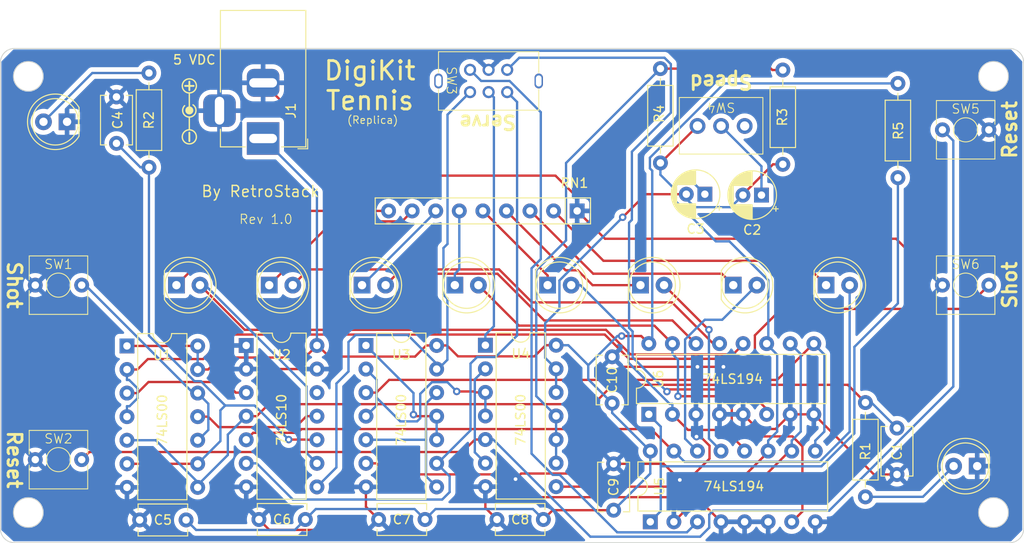
<source format=kicad_pcb>
(kicad_pcb (version 20240108) (generator "pcbnew") (generator_version "8.0")
  (title_block (title "DigiKit Tennis Replica") (date "2024-06-24") (rev "1.0") (company "RetroStack - Marcel Erz") (comment 2 "Seen on Tech Time Traveller YouTube Channel") (comment 4 "Replica of DigiKit Tennis"))
  (layers (0 "F.Cu" signal) (31 "B.Cu" signal) (34 "B.Paste" user) (35 "F.Paste" user) (36 "B.SilkS" user "B.Silkscreen") (37 "F.SilkS" user "F.Silkscreen") (38 "B.Mask" user) (39 "F.Mask" user) (44 "Edge.Cuts" user))
  (net 0 "")
  (net 1 "GND")
  (net 2 "Net-(C1-Pad2)")
  (net 3 "Net-(SW4-B)")
  (net 4 "Net-(C2-Pad2)")
  (net 5 "/Shift_Register/CLK")
  (net 6 "Net-(C4-Pad2)")
  (net 7 "+5V")
  (net 8 "Net-(D1-A)")
  (net 9 "Net-(D2-K)")
  (net 10 "Net-(D3-K)")
  (net 11 "Net-(D4-K)")
  (net 12 "Net-(D5-K)")
  (net 13 "Net-(D6-K)")
  (net 14 "Net-(D7-K)")
  (net 15 "Net-(D8-K)")
  (net 16 "Net-(D9-K)")
  (net 17 "Net-(D10-A)")
  (net 18 "/Shift_Register/Q7")
  (net 19 "/Shift_Register/Q6")
  (net 20 "/Shift_Register/Q5")
  (net 21 "/Shift_Register/Q4")
  (net 22 "/Shift_Register/Q3")
  (net 23 "/Shift_Register/Q2")
  (net 24 "/Shift_Register/Q1")
  (net 25 "/Shift_Register/Q0")
  (net 26 "Net-(R3-Pad2)")
  (net 27 "Net-(SW3A-A)")
  (net 28 "Net-(SW3A-B)")
  (net 29 "Net-(SW3A-C)")
  (net 30 "/Shift_Register/~{MR}")
  (net 31 "Net-(SW1-Pad2)")
  (net 33 "Net-(SW2-Pad2)")
  (net 34 "/Shift_Register/D7")
  (net 35 "/Shift_Register/D0")
  (net 37 "Net-(U3-Pad1)")
  (net 38 "Net-(U3-Pad2)")
  (net 39 "Net-(SW6-Pad2)")
  (net 40 "Net-(U1-Pad3)")
  (net 41 "Net-(U1-Pad11)")
  (net 42 "/Shift_Register/S0")
  (net 43 "Net-(U3-Pad12)")
  (net 44 "/Shift_Register/S1")
  (net 45 "Net-(U4-Pad2)")
  (footprint "Package_DIP:DIP-16_W7.62mm" (layer "F.Cu") (at 153.52 117.5 90)
    (property "Reference" "U5")
    (property "Value" "74LS194")
  )
  (footprint "LED_THT:LED_D5.0mm" (layer "F.Cu") (at 172.46 92)
    (property "Reference" "D9" (hide yes))
    (property "Value" "Red")
  )
  (footprint "Capacitor_THT:C_Disc_D5.1mm_W3.2mm_P5.00mm" (layer "F.Cu") (at 142 117.25 180)
    (property "Reference" "C8")
    (property "Value" "0.1uF")
  )
  (footprint "Capacitor_THT:CP_Radial_D5.0mm_P2.00mm" (layer "F.Cu") (at 165.5 82.3 180)
    (property "Reference" "C2")
    (property "Value" "33uF")
  )
  (footprint "RetroStackLibrary:SW_SPST_Push" (layer "F.Cu") (at 89.75 103.8)
    (property "Reference" "SW2")
    (property "Value" "Reset A")
  )
  (footprint "RetroStackLibrary:SW_SPST_Push" (layer "F.Cu") (at 187.5 68.2625)
    (property "Reference" "SW5")
    (property "Value" "Reset B")
  )
  (footprint "Package_DIP:DIP-14_W7.62mm" (layer "F.Cu") (at 97.13 98.55)
    (property "Reference" "U1")
    (property "Value" "74LS00")
  )
  (footprint "RetroStackLibrary:SW_SPST_Push" (layer "F.Cu") (at 89.75 85)
    (property "Reference" "SW1")
    (property "Value" "Player A")
  )
  (footprint "Resistor_THT:R_Axial_DIN0207_L6.3mm_D2.5mm_P10.16mm_Horizontal" (layer "F.Cu") (at 167.8 78.98 90)
    (property "Reference" "R3")
    (property "Value" "1k")
  )
  (footprint "LED_THT:LED_D5.0mm" (layer "F.Cu") (at 152.46 92)
    (property "Reference" "D7" (hide yes))
    (property "Value" "Red")
  )
  (footprint "Resistor_THT:R_Array_SIP9" (layer "F.Cu") (at 145.64 84 180)
    (property "Reference" "RN1")
    (property "Value" "150")
  )
  (footprint "Package_DIP:DIP-14_W7.62mm" (layer "F.Cu") (at 135.75 98.475)
    (property "Reference" "U4")
    (property "Value" "74LS00")
  )
  (footprint "Resistor_THT:R_Axial_DIN0207_L6.3mm_D2.5mm_P10.16mm_Horizontal" (layer "F.Cu") (at 176.7 104.65 -90)
    (property "Reference" "R1")
    (property "Value" "150")
  )
  (footprint "Capacitor_THT:C_Disc_D5.1mm_W3.2mm_P5.00mm" (layer "F.Cu") (at 129.25 117.25 180)
    (property "Reference" "C7")
    (property "Value" "0.1uF")
  )
  (footprint "RetroStackLibrary:Symbol_DC_Center_Positive" (layer "F.Cu") (at 103.8 73.125 90)
    (property "Reference" "REF**" (hide yes))
    (property "Value" "Symbol_DC_Center_Positive" (hide yes))
  )
  (footprint "Resistor_THT:R_Axial_DIN0207_L6.3mm_D2.5mm_P10.16mm_Horizontal" (layer "F.Cu") (at 180.2 80.4225 90)
    (property "Reference" "R5")
    (property "Value" "4.7k")
  )
  (footprint "Package_DIP:DIP-16_W7.62mm" (layer "F.Cu") (at 153.36 105.92 90)
    (property "Reference" "U6")
    (property "Value" "74LS194")
  )
  (footprint "Resistor_THT:R_Axial_DIN0207_L6.3mm_D2.5mm_P10.16mm_Horizontal" (layer "F.Cu") (at 99.5 69.14 -90)
    (property "Reference" "R2")
    (property "Value" "150")
  )
  (footprint "LED_THT:LED_D5.0mm" (layer "F.Cu") (at 112.46 92)
    (property "Reference" "D3" (hide yes))
    (property "Value" "Red")
  )
  (footprint "Capacitor_THT:C_Disc_D5.1mm_W3.2mm_P5.00mm" (layer "F.Cu") (at 103.5 117.3 180)
    (property "Reference" "C5")
    (property "Value" "0.1uF")
  )
  (footprint "LED_THT:LED_D5.0mm" (layer "F.Cu") (at 142.46 92)
    (property "Reference" "D6" (hide yes))
    (property "Value" "Red")
  )
  (footprint "LED_THT:LED_D5.0mm" (layer "F.Cu") (at 102.46 92)
    (property "Reference" "D2" (hide yes))
    (property "Value" "Red")
  )
  (footprint "Capacitor_THT:C_Disc_D5.1mm_W3.2mm_P5.00mm" (layer "F.Cu") (at 116.35 117.25 180)
    (property "Reference" "C6")
    (property "Value" "0.1uF")
  )
  (footprint "LED_THT:LED_D5.0mm" (layer "F.Cu") (at 122.46 92)
    (property "Reference" "D4" (hide yes))
    (property "Value" "Red")
  )
  (footprint "RetroStackLibrary:SW_SPDT_Toggle" (layer "F.Cu") (at 161.15 79.93 180)
    (property "Reference" "SW4")
    (property "Value" "Speed")
  )
  (footprint "Capacitor_THT:C_Disc_D5.1mm_W3.2mm_P5.00mm" (layer "F.Cu") (at 180.1 112.4 90)
    (property "Reference" "C1")
    (property "Value" "2nF")
  )
  (footprint "Capacitor_THT:C_Disc_D5.1mm_W3.2mm_P5.00mm" (layer "F.Cu") (at 96 71.72 -90)
    (property "Reference" "C4")
    (property "Value" "2nF")
  )
  (footprint "Capacitor_THT:C_Disc_D5.1mm_W3.2mm_P5.00mm" (layer "F.Cu") (at 149.41 104.72 90)
    (property "Reference" "C10")
    (property "Value" "0.1uF")
  )
  (footprint "Resistor_THT:R_Axial_DIN0207_L6.3mm_D2.5mm_P10.16mm_Horizontal" (layer "F.Cu") (at 154.61 68.67 -90)
    (property "Reference" "R4")
    (property "Value" "1k")
  )
  (footprint "Capacitor_THT:CP_Radial_D5.0mm_P2.00mm" (layer "F.Cu") (at 159.4 82.2 180)
    (property "Reference" "C3")
    (property "Value" "33uF")
  )
  (footprint "LED_THT:LED_D5.0mm" (layer "F.Cu") (at 162.46 92)
    (property "Reference" "D8" (hide yes))
    (property "Value" "Red")
  )
  (footprint "RetroStackLibrary:SW_DPDT_Slide_RightAngle" (layer "F.Cu") (at 136.1 75.4 180)
    (property "Reference" "SW3")
    (property "Value" "Serve")
  )
  (footprint "LED_THT:LED_D5.0mm" (layer "F.Cu") (at 90.675 74.4 180)
    (property "Reference" "D10" (hide yes))
    (property "Value" "Green")
  )
  (footprint "Package_DIP:DIP-14_W7.62mm" (layer "F.Cu") (at 122.88 98.5)
    (property "Reference" "U3")
    (property "Value" "74LS00")
  )
  (footprint "Package_DIP:DIP-14_W7.62mm" (layer "F.Cu") (at 109.98 98.5)
    (property "Reference" "U2")
    (property "Value" "74LS10")
  )
  (footprint "LED_THT:LED_D5.0mm" (layer "F.Cu") (at 132.46 92)
    (property "Reference" "D5" (hide yes))
    (property "Value" "Red")
  )
  (footprint "Connector_BarrelJack:BarrelJack_Horizontal" (layer "F.Cu") (at 111.8 76.2 -90)
    (property "Reference" "J1")
    (property "Value" "Barrel_Jack_Switch")
  )
  (footprint "RetroStackLibrary:SW_SPST_Push" (layer "F.Cu") (at 187.5 85)
    (property "Reference" "SW6")
    (property "Value" "Player B")
  )
  (footprint "LED_THT:LED_D5.0mm" (layer "F.Cu") (at 188.745 111.5 180)
    (property "Reference" "D1" (hide yes))
    (property "Value" "Green")
  )
  (footprint "Capacitor_THT:C_Disc_D5.1mm_W3.2mm_P5.00mm" (layer "F.Cu") (at 149.57 116.25 90)
    (property "Reference" "C9")
    (property "Value" "0.1uF")
  )
  (gr_circle (center 190.5 69.5) (end 192.1 69.5) (stroke (width 0.1)) (fill none) (layer "Edge.Cuts"))
  (gr_line (start 192.25 119.75) (end 85 119.75) (stroke (width 0.1)) (layer "Edge.Cuts"))
  (gr_circle (center 86.5 116.5) (end 88.1 116.5) (stroke (width 0.1)) (fill none) (layer "Edge.Cuts"))
  (gr_arc (start 83.5 68) (mid 83.93934 66.93934) (end 85 66.5) (stroke (width 0.1)) (layer "Edge.Cuts"))
  (gr_line (start 193.75 68) (end 193.75 118.25) (stroke (width 0.1)) (layer "Edge.Cuts"))
  (gr_circle (center 190.5 116.5) (end 192.1 116.5) (stroke (width 0.1)) (fill none) (layer "Edge.Cuts"))
  (gr_arc (start 85 119.75) (mid 83.93934 119.31066) (end 83.5 118.25) (stroke (width 0.1)) (layer "Edge.Cuts"))
  (gr_line (start 85 66.5) (end 192.25 66.5) (stroke (width 0.1)) (layer "Edge.Cuts"))
  (gr_arc (start 192.25 66.5) (mid 193.31066 66.93934) (end 193.75 68) (stroke (width 0.1)) (layer "Edge.Cuts"))
  (gr_circle (center 86.5 69.5) (end 88.1 69.5) (stroke (width 0.1)) (fill none) (layer "Edge.Cuts"))
  (gr_line (start 83.5 118.25) (end 83.5 68) (stroke (width 0.1)) (layer "Edge.Cuts"))
  (gr_arc (start 193.75 118.25) (mid 193.31066 119.31066) (end 192.25 119.75) (stroke (width 0.1)) (layer "Edge.Cuts"))
  (gr_text "By RetroStack" (at 111.5 81.9 0) (layer "F.SilkS") (effects (font (size 1.2 1.2))))
  (gr_text "Serve" (at 136 74.4368 180) (layer "F.SilkS") (effects (font (size 1.5 1.5) (thickness 0.3) (bold yes))))
  (gr_text "Rev 1.0" (at 112.1 84.9 0) (layer "F.SilkS") (effects (font (size 1 1) (thickness 0.1))))
  (gr_text "DigiKit\nTennis" (at 123.3 70.5 0) (layer "F.SilkS") (effects (font (size 2 2) (thickness 0.3))))
  (gr_text "Shot" (at 85 92 270) (layer "F.SilkS") (effects (font (size 1.5 1.5) (thickness 0.3) (bold yes))))
  (gr_text "5 VDC" (at 102 68.3 0) (layer "F.SilkS") (effects (font (size 1 1)) (justify left bottom)))
  (gr_text "Reset" (at 85 110.8 270) (layer "F.SilkS") (effects (font (size 1.5 1.5) (thickness 0.3) (bold yes))))
  (gr_text "(Replica)" (at 123.6048 74.2084 0) (layer "F.SilkS") (effects (font (size 0.8 0.8) (thickness 0.1))))
  (gr_text "Reset" (at 192.25 75.2625 90) (layer "F.SilkS") (effects (font (size 1.5 1.5) (thickness 0.3) (bold yes))))
  (gr_text "Shot" (at 192.25 92 90) (layer "F.SilkS") (effects (font (size 1.5 1.5) (thickness 0.3) (bold yes))))
  (segment (start 159.64 116) (end 157.56 116) (width 0.25) (layer "F.Cu") (net 1))
  (segment (start 123.125 118.375) (end 124.25 117.25) (width 0.25) (layer "F.Cu") (net 1))
  (segment (start 168.6 105.92) (end 167.02 107.5) (width 0.25) (layer "F.Cu") (net 1))
  (segment (start 158.925 108.325) (end 158.5 108.325) (width 0.25) (layer "F.Cu") (net 1))
  (segment (start 180.1 112.4) (end 177.62 112.4) (width 0.25) (layer "F.Cu") (net 1))
  (segment (start 148.64 87) (end 180 87) (width 0.25) (layer "F.Cu") (net 1))
  (segment (start 158.6 100.8) (end 150.49 100.8) (width 0.25) (layer "F.Cu") (net 1))
  (segment (start 161.4 100.8) (end 158.6 100.8) (width 0.25) (layer "F.Cu") (net 1))
  (segment (start 157.61 112.99) (end 159.9 110.7) (width 0.25) (layer "F.Cu") (net 1))
  (segment (start 122.88 113.74) (end 122.88 115.88) (width 0.25) (layer "F.Cu") (net 1))
  (segment (start 149.57 111.25) (end 154.96 111.25) (width 0.25) (layer "F.Cu") (net 1))
  (segment (start 154.96 111.25) (end 156.7 112.99) (width 0.25) (layer "F.Cu") (net 1))
  (segment (start 180 87) (end 185 92) (width 0.25) (layer "F.Cu") (net 1))
  (segment (start 145.64 84) (end 148.64 87) (width 0.25) (layer "F.Cu") (net 1))
  (segment (start 111.35 117.25) (end 112.475 118.375) (width 0.25) (layer "F.Cu") (net 1))
  (segment (start 112.475 118.375) (end 123.125 118.375) (width 0.25) (layer "F.Cu") (net 1))
  (segment (start 157.56 116) (end 156.06 117.5) (width 0.25) (layer "F.Cu") (net 1))
  (segment (start 143.3 80.2) (end 121.8 80.2) (width 0.25) (layer "F.Cu") (net 1))
  (segment (start 159.9 110.7) (end 159.9 109.3) (width 0.25) (layer "F.Cu") (net 1))
  (segment (start 161.14 117.5) (end 159.64 116) (width 0.25) (layer "F.Cu") (net 1))
  (segment (start 122.88 115.88) (end 124.25 117.25) (width 0.25) (layer "F.Cu") (net 1))
  (segment (start 168.6 105.92) (end 171.14 105.92) (width 0.25) (layer "F.Cu") (net 1))
  (segment (start 177.62 112.4) (end 171.14 105.92) (width 0.25) (layer "F.Cu") (net 1))
  (segment (start 135.75 113.715) (end 135.75 116) (width 0.25) (layer "F.Cu") (net 1))
  (segment (start 148.52 112.3) (end 139.6 112.3) (width 0.25) (layer "F.Cu") (net 1))
  (segment (start 159.9 109.3) (end 158.925 108.325) (width 0.25) (layer "F.Cu") (net 1))
  (segment (start 117.6 101.04) (end 109.98 101.04) (width 0.25) (layer "F.Cu") (net 1))
  (segment (start 135.75 116) (end 137 117.25) (width 0.25) (layer "F.Cu") (net 1))
  (segment (start 149.57 111.25) (end 148.52 112.3) (width 0.25) (layer "F.Cu") (net 1))
  (segment (start 167.02 107.5) (end 165.1 107.5) (width 0.25) (layer "F.Cu") (net 1))
  (segment (start 139.6 112.3) (end 139 112.9) (width 0.25) (layer "F.Cu") (net 1))
  (segment (start 145.64 82.54) (end 143.3 80.2) (width 0.25) (layer "F.Cu") (net 1))
  (segment (start 165.1 107.5) (end 163.52 105.92) (width 0.25) (layer "F.Cu") (net 1))
  (segment (start 121.8 80.2) (end 111.8 70.2) (width 0.25) (layer "F.Cu") (net 1))
  (segment (start 156.7 112.99) (end 157.61 112.99) (width 0.25) (layer "F.Cu") (net 1))
  (segment (start 145.64 84) (end 145.64 82.54) (width 0.25) (layer "F.Cu") (net 1))
  (segment (start 150.49 100.8) (end 149.41 99.72) (width 0.25) (layer "F.Cu") (net 1))
  (via (at 156.7 112.99) (size 0.8) (drill 0.4) (layers "F.Cu" "B.Cu") (net 1))
  (via (at 139 112.9) (size 0.8) (drill 0.4) (layers "F.Cu" "B.Cu") (net 1))
  (via (at 161.4 100.8) (size 0.8) (drill 0.4) (layers "F.Cu" "B.Cu") (net 1))
  (via (at 158.6 100.8) (size 0.8) (drill 0.4) (layers "F.Cu" "B.Cu") (net 1))
  (via (at 158.5 108.325) (size 0.8) (drill 0.4) (layers "F.Cu" "B.Cu") (net 1))
  (segment (start 158.5 108.325) (end 158.5 105.98) (width 0.25) (layer "B.Cu") (net 1))
  (segment (start 158.5 105.98) (end 158.44 105.92) (width 0.25) (layer "B.Cu") (net 1))
  (segment (start 147.403 104.825) (end 112.4019 104.825) (width 0.25) (layer "F.Cu") (net 2))
  (segment (start 174.7899 102.7399) (end 149.4881 102.7399) (width 0.25) (layer "F.Cu") (net 2))
  (segment (start 149.4881 102.7399) (end 147.403 104.825) (width 0.25) (layer "F.Cu") (net 2))
  (segment (start 109.98 106.12) (end 111.1069 106.12) (width 0.25) (layer "F.Cu") (net 2))
  (segment (start 112.4019 104.825) (end 111.1069 106.12) (width 0.25) (layer "F.Cu") (net 2))
  (segment (start 176.7 104.65) (end 174.7899 102.7399) (width 0.25) (layer "F.Cu") (net 2))
  (segment (start 109.98 106.12) (end 108 108.1) (width 0.25) (layer "B.Cu") (net 2))
  (segment (start 177.35 104.65) (end 180.1 107.4) (width 0.25) (layer "B.Cu") (net 2))
  (segment (start 108 110.3) (end 104.75 113.55) (width 0.25) (layer "B.Cu") (net 2))
  (segment (start 176.7 104.65) (end 177.35 104.65) (width 0.25) (layer "B.Cu") (net 2))
  (segment (start 108 108.1) (end 108 110.3) (width 0.25) (layer "B.Cu") (net 2))
  (segment (start 100.2335 108.71) (end 97.13 108.71) (width 0.25) (layer "B.Cu") (net 2))
  (segment (start 104.75 113.79) (end 104.75 113.2265) (width 0.25) (layer "B.Cu") (net 2))
  (segment (start 104.75 113.2265) (end 100.2335 108.71) (width 0.25) (layer "B.Cu") (net 2))
  (segment (start 104.75 113.55) (end 104.75 113.79) (width 0.25) (layer "B.Cu") (net 2))
  (segment (start 165.5 79.2) (end 165.5 82.3) (width 0.25) (layer "B.Cu") (net 3))
  (segment (start 161.15 74.85) (end 165.5 79.2) (width 0.25) (layer "B.Cu") (net 3))
  (segment (start 166.7436 78.98) (end 163.5 82.2236) (width 0.25) (layer "F.Cu") (net 4))
  (segment (start 153.0294 82.2) (end 150.5423 84.6871) (width 0.25) (layer "F.Cu") (net 4))
  (segment (start 163.5 82.2236) (end 163.5 82.3) (width 0.25) (layer "F.Cu") (net 4))
  (segment (start 167.8 78.98) (end 166.7436 78.98) (width 0.25) (layer "F.Cu") (net 4))
  (segment (start 157.4 82.2) (end 153.0294 82.2) (width 0.25) (layer "F.Cu") (net 4))
  (via (at 150.5423 84.6871) (size 0.8) (drill 0.4) (layers "F.Cu" "B.Cu") (net 4))
  (segment (start 142.1897 96.0958) (end 143.7299 94.5556) (width 0.25) (layer "B.Cu") (net 4))
  (segment (start 143.7299 91.4995) (end 150.5423 84.6871) (width 0.25) (layer "B.Cu") (net 4))
  (segment (start 143.7299 94.5556) (end 143.7299 91.4995) (width 0.25) (layer "B.Cu") (net 4))
  (segment (start 157.4 82.2) (end 157.4 82.7) (width 0.25) (layer "B.Cu") (net 4))
  (segment (start 143.37 101.015) (end 143.37 103.555) (width 0.25) (layer "B.Cu") (net 4))
  (segment (start 143.37 101.015) (end 142.1897 99.8347) (width 0.25) (layer "B.Cu") (net 4))
  (segment (start 162.2 83.6) (end 163.5 82.3) (width 0.25) (layer "B.Cu") (net 4))
  (segment (start 142.1897 99.8347) (end 142.1897 96.0958) (width 0.25) (layer "B.Cu") (net 4))
  (segment (start 157.4 82.7) (end 158.3 83.6) (width 0.25) (layer "B.Cu") (net 4))
  (segment (start 158.3 83.6) (end 162.2 83.6) (width 0.25) (layer "B.Cu") (net 4))
  (segment (start 158.61 74.85) (end 154.63 78.83) (width 0.25) (layer "F.Cu") (net 5))
  (segment (start 166.22 109.98) (end 166.22 109.88) (width 0.25) (layer "F.Cu") (net 5))
  (segment (start 154.63 78.83) (end 154.61 78.83) (width 0.25) (layer "F.Cu") (net 5))
  (segment (start 162.485 113.715) (end 166.22 109.98) (width 0.25) (layer "F.Cu") (net 5))
  (segment (start 143.37 113.715) (end 162.485 113.715) (width 0.25) (layer "F.Cu") (net 5))
  (segment (start 160.5827 87.2827) (end 162.0438 87.2827) (width 0.25) (layer "B.Cu") (net 5))
  (segment (start 156.1 82.8) (end 160.5827 87.2827) (width 0.25) (layer "B.Cu") (net 5))
  (segment (start 167.1911 99.4911) (end 166.06 98.36) (width 0.25) (layer "B.Cu") (net 5))
  (segment (start 154.61 78.83) (end 154.61 80.11) (width 0.25) (layer "B.Cu") (net 5))
  (segment (start 159.4 82.2) (end 157.9 80.7) (width 0.25) (layer "B.Cu") (net 5))
  (segment (start 166.2368 91.4757) (end 166.2368 98.1232) (width 0.25) (layer "B.Cu") (net 5))
  (segment (start 154.61 80.11) (end 155.9 81.4) (width 0.25) (layer "B.Cu") (net 5))
  (segment (start 156.8 80.7) (end 156.3254 81.1746) (width 0.25) (layer "B.Cu") (net 5))
  (segment (start 166.22 108.7531) (end 167.1911 107.782) (width 0.25) (layer "B.Cu") (net 5))
  (segment (start 155.9 81.4) (end 156.1 81.4) (width 0.25) (layer "B.Cu") (net 5))
  (segment (start 156.3254 81.1746) (end 156.1 81.4) (width 0.25) (layer "B.Cu") (net 5))
  (segment (start 166.2368 98.1232) (end 166.06 98.3) (width 0.25) (layer "B.Cu") (net 5))
  (segment (start 166.22 109.88) (end 166.22 108.7531) (width 0.25) (layer "B.Cu") (net 5))
  (segment (start 167.1911 107.782) (end 167.1911 99.4911) (width 0.25) (layer "B.Cu") (net 5))
  (segment (start 162.0438 87.2827) (end 166.2368 91.4757) (width 0.25) (layer "B.Cu") (net 5))
  (segment (start 156.1 81.4) (end 156.1 82.8) (width 0.25) (layer "B.Cu") (net 5))
  (segment (start 166.06 98.36) (end 166.06 98.3) (width 0.25) (layer "B.Cu") (net 5))
  (segment (start 157.9 80.7) (end 156.8 80.7) (width 0.25) (layer "B.Cu") (net 5))
  (segment (start 97.13 111.25) (end 104.75 111.25) (width 0.25) (layer "F.Cu") (net 6))
  (segment (start 117.6 108.66) (end 116.4731 108.66) (width 0.25) (layer "F.Cu") (net 6))
  (segment (start 116.4731 108.66) (end 116.4539 108.6408) (width 0.25) (layer "F.Cu") (net 6))
  (segment (start 116.4539 108.6408) (end 114.5576 108.6408) (width 0.25) (layer "F.Cu") (net 6))
  (via (at 114.5576 108.6408) (size 0.8) (drill 0.4) (layers "F.Cu" "B.Cu") (net 6))
  (segment (start 98.58 79.3) (end 96 76.72) (width 0.25) (layer "B.Cu") (net 6))
  (segment (start 110.8852 104.9684) (end 114.5576 108.6408) (width 0.25) (layer "B.Cu") (net 6))
  (segment (start 107.2 105.4867) (end 107.7183 104.9684) (width 0.25) (layer "B.Cu") (net 6))
  (segment (start 107.7183 104.9684) (end 110.8852 104.9684) (width 0.25) (layer "B.Cu") (net 6))
  (segment (start 99.5 79.3) (end 98.58 79.3) (width 0.25) (layer "B.Cu") (net 6))
  (segment (start 107.7183 104.9684) (end 105.0952 102.3453) (width 0.25) (layer "B.Cu") (net 6))
  (segment (start 107.2 108.8) (end 107.2 105.4867) (width 0.25) (layer "B.Cu") (net 6))
  (segment (start 105.0952 102.3453) (end 104.3997 102.3453) (width 0.25) (layer "B.Cu") (net 6))
  (segment (start 104.75 111.25) (end 107.2 108.8) (width 0.25) (layer "B.Cu") (net 6))
  (segment (start 104.3997 102.3453) (end 99.5 97.4456) (width 0.25) (layer "B.Cu") (net 6))
  (segment (start 99.5 97.4456) (end 99.5 79.3) (width 0.25) (layer "B.Cu") (net 6))
  (segment (start 141.0454 99.6727) (end 142.2431 98.475) (width 0.25) (layer "F.Cu") (net 7))
  (segment (start 150.4387 97.4822) (end 152.5422 97.4822) (width 0.25) (layer "F.Cu") (net 7))
  (segment (start 117.6 98.5) (end 116.3 99.8) (width 0.25) (layer "F.Cu") (net 7))
  (segment (start 128.1754 99.6977) (end 129.3731 98.5) (width 0.25) (layer "F.Cu") (net 7))
  (segment (start 107.1669 99.8) (end 105.8769 101.09) (width 0.25) (layer "F.Cu") (net 7))
  (segment (start 149.57 116.25) (end 143 116.25) (width 0.25) (layer "F.Cu") (net 7))
  (segment (start 143 116.25) (end 142 117.25) (width 0.25) (layer "F.Cu") (net 7))
  (segment (start 105.8769 101.09) (end 104.75 101.09) (width 0.25) (layer "F.Cu") (net 7))
  (segment (start 117.6 98.5) (end 117.7 98.5) (width 0.25) (layer "F.Cu") (net 7))
  (segment (start 129.3731 98.5) (end 130.5 98.5) (width 0.25) (layer "F.Cu") (net 7))
  (segment (start 118.8977 99.6977) (end 128.1754 99.6977) (width 0.25) (layer "F.Cu") (net 7))
  (segment (start 116.3 99.8) (end 107.1669 99.8) (width 0.25) (layer "F.Cu") (net 7))
  (segment (start 130.5 98.5) (end 131.6269 98.5) (width 0.25) (layer "F.Cu") (net 7))
  (segment (start 132.7996 99.6727) (end 141.0454 99.6727) (width 0.25) (layer "F.Cu") (net 7))
  (segment (start 104.75 98.55) (end 97.13 98.55) (width 0.25) (layer "F.Cu") (net 7))
  (segment (start 131.6269 98.5) (end 132.7996 99.6727) (width 0.25) (layer "F.Cu") (net 7))
  (segment (start 152.5422 97.4822) (end 153.36 98.3) (width 0.25) (layer "F.Cu") (net 7))
  (segment (start 117.7 98.5) (end 118.8977 99.6977) (width 0.25) (layer "F.Cu") (net 7))
  (segment (start 143.37 98.475) (end 142.2431 98.475) (width 0.25) (layer "F.Cu") (net 7))
  (via (at 150.4387 97.4822) (size 0.8) (drill 0.4) (layers "F.Cu" "B.Cu") (net 7))
  (segment (start 146.8349 102.1449) (end 149.41 104.72) (width 0.25) (layer "B.Cu") (net 7))
  (segment (start 153.4796 79.4194) (end 153.4796 78.268) (width 0.25) (layer "B.Cu") (net 7))
  (segment (start 146.8349 100.6201) (end 146.8349 102.1449) (width 0.25) (layer "B.Cu") (net 7))
  (segment (start 117.4769 116.1231) (end 116.35 117.25) (width 0.25) (layer "B.Cu") (net 7))
  (segment (start 130.3769 116.1231) (end 129.25 117.25) (width 0.25) (layer "B.Cu") (net 7))
  (segment (start 149.41 104.72) (end 149.41 105.77) (width 0.25) (layer "B.Cu") (net 7))
  (segment (start 129.25 117.25) (end 128.1231 116.1231) (width 0.25) (layer "B.Cu") (net 7))
  (segment (start 153.73 79.6698) (end 153.4796 79.4194) (width 0.25) (layer "B.Cu") (net 7))
  (segment (start 153.73 97.93) (end 153.73 79.6698) (width 0.25) (layer "B.Cu") (net 7))
  (segment (start 144.6898 98.475) (end 146.8349 100.6201) (width 0.25) (layer "B.Cu") (net 7))
  (segment (start 149.57 116.25) (end 153.52 112.3) (width 0.25) (layer "B.Cu") (net 7))
  (segment (start 153.52 112.3) (end 153.52 109.88) (width 0.25) (layer "B.Cu") (net 7))
  (segment (start 146.8349 100.6201) (end 149.9728 97.4822) (width 0.25) (layer "B.Cu") (net 7))
  (segment (start 128.1231 116.1231) (end 117.4769 116.1231) (width 0.25) (layer "B.Cu") (net 7))
  (segment (start 142 117.25) (end 140.8731 116.1231) (width 0.25) (layer "B.Cu") (net 7))
  (segment (start 117.6 82) (end 117.6 98.5) (width 0.25) (layer "B.Cu") (net 7))
  (segment (start 153.36 98.3) (end 153.73 97.93) (width 0.25) (layer "B.Cu") (net 7))
  (segment (start 116.35 117.25) (end 115.2199 118.3801) (width 0.25) (layer "B.Cu") (net 7))
  (segment (start 140.8731 116.1231) (end 130.3769 116.1231) (width 0.25) (layer "B.Cu") (net 7))
  (segment (start 143.37 98.475) (end 144.6898 98.475) (width 0.25) (layer "B.Cu") (net 7))
  (segment (start 153.4796 78.268) (end 161.4851 70.2625) (width 0.25) (layer "B.Cu") (net 7))
  (segment (start 104.75 98.55) (end 104.75 101.09) (width 0.25) (layer "B.Cu") (net 7))
  (segment (start 149.41 105.77) (end 153.52 109.88) (width 0.25) (layer "B.Cu") (net 7))
  (segment (start 111.8 76.2) (end 117.6 82) (width 0.25) (layer "B.Cu") (net 7))
  (segment (start 115.2199 118.3801) (end 104.5801 118.3801) (width 0.25) (layer "B.Cu") (net 7))
  (segment (start 149.9728 97.4822) (end 150.4387 97.4822) (width 0.25) (layer "B.Cu") (net 7))
  (segment (start 161.4851 70.2625) (end 180.2 70.2625) (width 0.25) (layer "B.Cu") (net 7))
  (segment (start 104.5801 118.3801) (end 103.5 117.3) (width 0.25) (layer "B.Cu") (net 7))
  (segment (start 186.205 111.5) (end 182.895 114.81) (width 0.25) (layer "B.Cu") (net 8))
  (segment (start 182.895 114.81) (end 176.7 114.81) (width 0.25) (layer "B.Cu") (net 8))
  (segment (start 110.46 84) (end 102.46 92) (width 0.25) (layer "F.Cu") (net 9))
  (segment (start 125.32 84) (end 110.46 84) (width 0.25) (layer "F.Cu") (net 9))
  (segment (start 119.3331 85.1269) (end 112.46 92) (width 0.25) (layer "F.Cu") (net 10))
  (segment (start 127.86 84.04) (end 126.7731 85.1269) (width 0.25) (layer "F.Cu") (net 10))
  (segment (start 126.7731 85.1269) (end 119.3331 85.1269) (width 0.25) (layer "F.Cu") (net 10))
  (segment (start 127.86 84) (end 127.86 84.04) (width 0.25) (layer "F.Cu") (net 10))
  (segment (start 130.4 84.1) (end 122.5 92) (width 0.25) (layer "B.Cu") (net 11))
  (segment (start 122.5 92) (end 122.46 92) (width 0.25) (layer "B.Cu") (net 11))
  (segment (start 130.4 84) (end 130.4 84.1) (width 0.25) (layer "B.Cu") (net 11))
  (segment (start 132.46 92) (end 132.46 90.7731) (width 0.25) (layer "B.Cu") (net 12))
  (segment (start 132.94 84) (end 132.94 90.2931) (width 0.25) (layer "B.Cu") (net 12))
  (segment (start 132.94 90.2931) (end 132.46 90.7731) (width 0.25) (layer "B.Cu") (net 12))
  (segment (start 142.46 90.96) (end 142.46 92) (width 0.25) (layer "F.Cu") (net 13))
  (segment (start 135.48 84) (end 135.5 84) (width 0.25) (layer "F.Cu") (net 13))
  (segment (start 135.5 84) (end 142.46 90.96) (width 0.25) (layer "F.Cu") (net 13))
  (segment (start 145.7 90.4) (end 147.3 92) (width 0.25) (layer "F.Cu") (net 14))
  (segment (start 138.02 84.02) (end 144.4 90.4) (width 0.25) (layer "F.Cu") (net 14))
  (segment (start 144.4 90.4) (end 145.7 90.4) (width 0.25) (layer "F.Cu") (net 14))
  (segment (start 147.3 92) (end 152.46 92) (width 0.25) (layer "F.Cu") (net 14))
  (segment (start 138.02 84) (end 138.02 84.02) (width 0.25) (layer "F.Cu") (net 14))
  (segment (start 147.3656 90.7656) (end 140.6 84) (width 0.25) (layer "F.Cu") (net 15))
  (segment (start 161.2256 90.7656) (end 147.3656 90.7656) (width 0.25) (layer "F.Cu") (net 15))
  (segment (start 162.46 92) (end 161.2256 90.7656) (width 0.25) (layer "F.Cu") (net 15))
  (segment (start 140.6 84) (end 140.56 84) (width 0.25) (layer "F.Cu") (net 15))
  (segment (start 143.1 84) (end 148.4766 89.3766) (width 0.25) (layer "F.Cu") (net 16))
  (segment (start 148.4766 89.3766) (end 169.8366 89.3766) (width 0.25) (layer "F.Cu") (net 16))
  (segment (start 169.8366 89.3766) (end 172.46 92) (width 0.25) (layer "F.Cu") (net 16))
  (segment (start 88.135 74.4) (end 93.395 69.14) (width 0.25) (layer "B.Cu") (net 17))
  (segment (start 93.395 69.14) (end 99.5 69.14) (width 0.25) (layer "B.Cu") (net 17))
  (segment (start 163.52 98.38) (end 163.52 98.3) (width 0.25) (layer "F.Cu") (net 18))
  (segment (start 148.7419 96.8133) (end 151.3855 99.4569) (width 0.25) (layer "F.Cu") (net 18))
  (segment (start 162.4431 99.4569) (end 163.52 98.38) (width 0.25) (layer "F.Cu") (net 18))
  (segment (start 105 92) (end 109.8133 96.8133) (width 0.25) (layer "F.Cu") (net 18))
  (segment (start 151.3855 99.4569) (end 162.4431 99.4569) (width 0.25) (layer "F.Cu") (net 18))
  (segment (start 109.8133 96.8133) (end 148.7419 96.8133) (width 0.25) (layer "F.Cu") (net 18))
  (segment (start 116.4731 110.0731) (end 116.4731 102.9087) (width 0.25) (layer "B.Cu") (net 18))
  (segment (start 116.4731 102.9087) (end 105.5644 92) (width 0.25) (layer "B.Cu") (net 18))
  (segment (start 117.6 111.2) (end 116.4731 110.0731) (width 0.25) (layer "B.Cu") (net 18))
  (segment (start 105.5644 92) (end 105 92) (width 0.25) (layer "B.Cu") (net 18))
  (segment (start 155.858 93.858) (end 140.7827 93.858) (width 0.25) (layer "F.Cu") (net 19))
  (segment (start 160.3 98.3) (end 155.858 93.858) (width 0.25) (layer "F.Cu") (net 19))
  (segment (start 160.98 98.3) (end 160.3 98.3) (width 0.25) (layer "F.Cu") (net 19))
  (segment (start 140.7827 93.858) (end 137.2306 90.3059) (width 0.25) (layer "F.Cu") (net 19))
  (segment (start 137.2306 90.3059) (end 116.6941 90.3059) (width 0.25) (layer "F.Cu") (net 19))
  (segment (start 116.6941 90.3059) (end 115 92) (width 0.25) (layer "F.Cu") (net 19))
  (segment (start 126.2276 90.7724) (end 137.058 90.7724) (width 0.25) (layer "F.Cu") (net 20))
  (segment (start 155.9046 95.8046) (end 158.4 98.3) (width 0.25) (layer "F.Cu") (net 20))
  (segment (start 158.4 98.3) (end 158.44 98.3) (width 0.25) (layer "F.Cu") (net 20))
  (segment (start 142.0902 95.8046) (end 155.9046 95.8046) (width 0.25) (layer "F.Cu") (net 20))
  (segment (start 137.058 90.7724) (end 142.0902 95.8046) (width 0.25) (layer "F.Cu") (net 20))
  (segment (start 125 92) (end 126.2276 90.7724) (width 0.25) (layer "F.Cu") (net 20))
  (segment (start 169.9101 116.3899) (end 169.9101 109.3718) (width 0.25) (layer "F.Cu") (net 21))
  (segment (start 168.8 117.5) (end 169.9101 116.3899) (width 0.25) (layer "F.Cu") (net 21))
  (segment (start 155.9 98.3) (end 153.9614 96.3614) (width 0.25) (layer "F.Cu") (net 21))
  (segment (start 161.4707 103.9707) (end 156.5033 103.9707) (width 0.25) (layer "F.Cu") (net 21))
  (segment (start 163.6 108.3) (end 162.3 107) (width 0.25) (layer "F.Cu") (net 21))
  (segment (start 153.9614 96.3614) (end 139.3614 96.3614) (width 0.25) (layer "F.Cu") (net 21))
  (segment (start 168.76 117.5) (end 168.8 117.5) (width 0.25) (layer "F.Cu") (net 21))
  (segment (start 162.3 104.8) (end 161.4707 103.9707) (width 0.25) (layer "F.Cu") (net 21))
  (segment (start 168.8383 108.3) (end 163.6 108.3) (width 0.25) (layer "F.Cu") (net 21))
  (segment (start 139.3614 96.3614) (end 135 92) (width 0.25) (layer "F.Cu") (net 21))
  (segment (start 162.3 107) (end 162.3 104.8) (width 0.25) (layer "F.Cu") (net 21))
  (segment (start 169.9101 109.3718) (end 168.8383 108.3) (width 0.25) (layer "F.Cu") (net 21))
  (via (at 156.5033 103.9707) (size 0.8) (drill 0.4) (layers "F.Cu" "B.Cu") (net 21))
  (segment (start 156.5033 100.0302) (end 155.9 99.4269) (width 0.25) (layer "B.Cu") (net 21))
  (segment (start 156.5033 103.9707) (end 156.5033 100.0302) (width 0.25) (layer "B.Cu") (net 21))
  (segment (start 155.9 98.3) (end 155.9 99.4269) (width 0.25) (layer "B.Cu") (net 21))
  (segment (start 161.6 107.6) (end 157.58 107.6) (width 0.25) (layer "F.Cu") (net 22))
  (segment (start 163.68 109.88) (end 163.68 109.68) (width 0.25) (layer "F.Cu") (net 22))
  (segment (start 163.68 109.68) (end 161.6 107.6) (width 0.25) (layer "F.Cu") (net 22))
  (segment (start 157.58 107.6) (end 155.9 105.92) (width 0.25) (layer "F.Cu") (net 22))
  (segment (start 145.9845 92) (end 145 92) (width 0.25) (layer "B.Cu") (net 22))
  (segment (start 155.9 104.7931) (end 155.6131 104.7931) (width 0.25) (layer "B.Cu") (net 22))
  (segment (start 151.1656 97.1811) (end 145.9845 92) (width 0.25) (layer "B.Cu") (net 22))
  (segment (start 155.6131 104.7931) (end 151.1656 100.3456) (width 0.25) (layer "B.Cu") (net 22))
  (segment (start 155.9 105.92) (end 155.9 104.7931) (width 0.25) (layer "B.Cu") (net 22))
  (segment (start 151.1656 100.3456) (end 151.1656 97.1811) (width 0.25) (layer "B.Cu") (net 22))
  (segment (start 159.7974 96.7974) (end 159.8396 96.7974) (width 0.25) (layer "F.Cu") (net 23))
  (segment (start 159.8396 96.7974) (end 159.8396 96.7975) (width 0.25) (layer "F.Cu") (net 23))
  (segment (start 155 92) (end 159.7974 96.7974) (width 0.25) (layer "F.Cu") (net 23))
  (via (at 159.8396 96.7975) (size 0.8) (drill 0.4) (layers "F.Cu" "B.Cu") (net 23))
  (segment (start 161.14 109.84) (end 161.14 109.88) (width 0.25) (layer "B.Cu") (net 23))
  (segment (start 159.8396 96.7975) (end 159.8396 108.5396) (width 0.25) (layer "B.Cu") (net 23))
  (segment (start 159.8396 108.5396) (end 161.14 109.84) (width 0.25) (layer "B.Cu") (net 23))
  (segment (start 165 92) (end 161.2719 95.7281) (width 0.25) (layer "B.Cu") (net 24))
  (segment (start 161.2719 95.7281) (end 159.3941 95.7281) (width 0.25) (layer "B.Cu") (net 24))
  (segment (start 157.2695 97.8527) (end 157.2695 108.5495) (width 0.25) (layer "B.Cu") (net 24))
  (segment (start 157.2695 108.5495) (end 158.6 109.88) (width 0.25) (layer "B.Cu") (net 24))
  (segment (start 159.3941 95.7281) (end 157.2695 97.8527) (width 0.25) (layer "B.Cu") (net 24))
  (segment (start 115.5283 107.9138) (end 115.9342 107.5079) (width 0.25) (layer "F.Cu") (net 25))
  (segment (start 110.7262 107.9138) (end 115.5283 107.9138) (width 0.25) (layer "F.Cu") (net 25))
  (segment (start 115.9342 107.5079) (end 153.6079 107.5079) (width 0.25) (layer "F.Cu") (net 25))
  (segment (start 155.98 109.88) (end 156.06 109.88) (width 0.25) (layer "F.Cu") (net 25))
  (segment (start 109.98 108.66) (end 110.7262 107.9138) (width 0.25) (layer "F.Cu") (net 25))
  (segment (start 153.6079 107.5079) (end 155.98 109.88) (width 0.25) (layer "F.Cu") (net 25))
  (segment (start 175 107.8052) (end 171.7677 111.0375) (width 0.25) (layer "B.Cu") (net 25))
  (segment (start 171.7677 111.0375) (end 157.2175 111.0375) (width 0.25) (layer "B.Cu") (net 25))
  (segment (start 157.2175 111.0375) (end 156.06 109.88) (width 0.25) (layer "B.Cu") (net 25))
  (segment (start 175 92) (end 175 107.8052) (width 0.25) (layer "B.Cu") (net 25))
  (segment (start 166.5231 68.67) (end 166.6731 68.82) (width 0.25) (layer "F.Cu") (net 26))
  (segment (start 154.61 68.67) (end 166.5231 68.67) (width 0.25) (layer "F.Cu") (net 26))
  (segment (start 167.8 68.82) (end 166.6731 68.82) (width 0.25) (layer "F.Cu") (net 26))
  (segment (start 143.37 108.635) (end 143.37 111.175) (width 0.25) (layer "B.Cu") (net 26))
  (segment (start 154.61 68.67) (end 144.4424 78.8376) (width 0.25) (layer "B.Cu") (net 26))
  (segment (start 143.37 108.635) (end 143.37 106.095) (width 0.25) (layer "B.Cu") (net 26))
  (segment (start 141.2331 103.9581) (end 143.37 106.095) (width 0.25) (layer "B.Cu") (net 26))
  (segment (start 144.4424 78.8376) (end 144.4424 87.1784) (width 0.25) (layer "B.Cu") (net 26))
  (segment (start 141.2331 90.3877) (end 141.2331 103.9581) (width 0.25) (layer "B.Cu") (net 26))
  (segment (start 144.4424 87.1784) (end 141.2331 90.3877) (width 0.25) (layer "B.Cu") (net 26))
  (segment (start 139.1662 72.2662) (end 139.1662 97.4338) (width 0.25) (layer "B.Cu") (net 27))
  (segment (start 134.1488 100.4512) (end 134.1488 107.6512) (width 0.25) (layer "B.Cu") (net 27))
  (segment (start 138.1 71.2) (end 139.1662 72.2662) (width 0.25) (layer "B.Cu") (net 27))
  (segment (start 115.0069 115.1) (end 131.1 115.1) (width 0.25) (layer "B.Cu") (net 27))
  (segment (start 134.855 99.745) (end 134.1488 100.4512) (width 0.25) (layer "B.Cu") (net 27))
  (segment (start 131.1 115.1) (end 131.9 114.3) (width 0.25) (layer "B.Cu") (net 27))
  (segment (start 139.1662 97.4338) (end 136.855 99.745) (width 0.25) (layer "B.Cu") (net 27))
  (segment (start 136.855 99.745) (end 134.855 99.745) (width 0.25) (layer "B.Cu") (net 27))
  (segment (start 130.6 111.2) (end 130.5 111.2) (width 0.25) (layer "B.Cu") (net 27))
  (segment (start 131.9 114.3) (end 131.9 112.6) (width 0.25) (layer "B.Cu") (net 27))
  (segment (start 111.1069 111.2) (end 115.0069 115.1) (width 0.25) (layer "B.Cu") (net 27))
  (segment (start 131.9 112.6) (end 130.5 111.2) (width 0.25) (layer "B.Cu") (net 27))
  (segment (start 134.1488 107.6512) (end 130.6 111.2) (width 0.25) (layer "B.Cu") (net 27))
  (segment (start 109.98 111.2) (end 111.1069 111.2) (width 0.25) (layer "B.Cu") (net 27))
  (segment (start 136.6687 96.4294) (end 135.75 97.3481) (width 0.25) (layer "B.Cu") (net 28))
  (segment (start 136.1 71.2) (end 136.6687 71.7687) (width 0.25) (layer "B.Cu") (net 28))
  (segment (start 136.6687 71.7687) (end 136.6687 96.4294) (width 0.25) (layer "B.Cu") (net 28))
  (segment (start 135.75 98.475) (end 135.75 97.3481) (width 0.25) (layer "B.Cu") (net 28))
  (segment (start 121 98.13) (end 121 101.3) (width 0.25) (layer "B.Cu") (net 29))
  (segment (start 131.658 100.042) (end 131.658 93.4603) (width 0.25) (layer "B.Cu") (net 29))
  (segment (start 121 101.3) (end 119.7 102.6) (width 0.25) (layer "B.Cu") (net 29))
  (segment (start 130.5 100.4765) (end 127.3966 97.3731) (width 0.25) (layer "B.Cu") (net 29))
  (segment (start 131.658 93.4603) (end 131.2331 93.0354) (width 0.25) (layer "B.Cu") (net 29))
  (segment (start 121.7569 97.3731) (end 121 98.13) (width 0.25) (layer "B.Cu") (net 29))
  (segment (start 131.2331 87.9987) (end 131.67 87.5618) (width 0.25) (layer "B.Cu") (net 29))
  (segment (start 131.67 73.63) (end 134.1 71.2) (width 0.25) (layer "B.Cu") (net 29))
  (segment (start 119.7 111.64) (end 117.6 113.74) (width 0.25) (layer "B.Cu") (net 29))
  (segment (start 119.7 102.6) (end 119.7 111.64) (width 0.25) (layer "B.Cu") (net 29))
  (segment (start 131.67 87.5618) (end 131.67 73.63) (width 0.25) (layer "B.Cu") (net 29))
  (segment (start 130.5 101.04) (end 130.5 100.4765) (width 0.25) (layer "B.Cu") (net 29))
  (segment (start 127.3966 97.3731) (end 121.7569 97.3731) (width 0.25) (layer "B.Cu") (net 29))
  (segment (start 130.5 101.04) (end 130.66 101.04) (width 0.25) (layer "B.Cu") (net 29))
  (segment (start 131.2331 93.0354) (end 131.2331 87.9987) (width 0.25) (layer "B.Cu") (net 29))
  (segment (start 130.66 101.04) (end 131.658 100.042) (width 0.25) (layer "B.Cu") (net 29))
  (segment (start 154.6469 116.3531) (end 153.52 117.48) (width 0.25) (layer "B.Cu") (net 30))
  (segment (start 154.6469 111.52) (end 154.6469 116.3531) (width 0.25) (layer "B.Cu") (net 30))
  (segment (start 153.36 105.92) (end 153.36 105.96) (width 0.25) (layer "B.Cu") (net 30))
  (segment (start 180.2 80.4225) (end 180.2 93.965) (width 0.25) (layer "B.Cu") (net 30))
  (segment (start 180.2 93.965) (end 175.5126 98.6524) (width 0.25) (layer "B.Cu") (net 30))
  (segment (start 175.5126 107.9652) (end 171.9578 111.52) (width 0.25) (layer "B.Cu") (net 30))
  (segment (start 154.6469 107.2469) (end 154.6469 111.52) (width 0.25) (layer "B.Cu") (net 30))
  (segment (start 153.36 105.96) (end 154.6469 107.2469) (width 0.25) (layer "B.Cu") (net 30))
  (segment (start 153.52 117.48) (end 153.52 117.5) (width 0.25) (layer "B.Cu") (net 30))
  (segment (start 175.5126 98.6524) (end 175.5126 107.9652) (width 0.25) (layer "B.Cu") (net 30))
  (segment (start 171.9578 111.52) (end 154.6469 111.52) (width 0.25) (layer "B.Cu") (net 30))
  (segment (start 92.6424 92) (end 104.75 104.1076) (width 0.25) (layer "B.Cu") (net 31))
  (segment (start 105.8994 104.7794) (end 105.8994 107.6006) (width 0.25) (layer "B.Cu") (net 31))
  (segment (start 92.25 92) (end 92.6424 92) (width 0.25) (layer "B.Cu") (net 31))
  (segment (start 104.75 104.1076) (end 104.75 104.1934) (width 0.25) (layer "B.Cu") (net 31))
  (segment (start 104.75 103.63) (end 104.75 104.1934) (width 0.25) (layer "B.Cu") (net 31))
  (segment (start 104.75 103.63) (end 105.8994 104.7794) (width 0.25) (layer "B.Cu") (net 31))
  (segment (start 104.79 108.71) (end 104.75 108.71) (width 0.25) (layer "B.Cu") (net 31))
  (segment (start 105.8994 107.6006) (end 104.79 108.71) (width 0.25) (layer "B.Cu") (net 31))
  (segment (start 93.07 109.98) (end 92.25 110.8) (width 0.25) (layer "F.Cu") (net 33))
  (segment (start 135.75 108.635) (end 134.6231 108.635) (width 0.25) (layer "F.Cu") (net 33))
  (segment (start 134.6231 108.635) (end 133.2781 109.98) (width 0.25) (layer "F.Cu") (net 33))
  (segment (start 133.2781 109.98) (end 93.07 109.98) (width 0.25) (layer "F.Cu") (net 33))
  (segment (start 186.1711 102.9246) (end 186.1711 76.4336) (width 0.25) (layer "B.Cu") (net 33))
  (segment (start 186.1711 76.4336) (end 185 75.2625) (width 0.25) (layer "B.Cu") (net 33))
  (segment (start 159.87 116.73) (end 160.302 116.298) (width 0.25) (layer "B.Cu") (net 33))
  (segment (start 147.0654 119.1052) (end 158.8948 119.1052) (width 0.25) (layer "B.Cu") (net 33))
  (segment (start 135.75 108.635) (end 136.5952 108.635) (width 0.25) (layer "B.Cu") (net 33))
  (segment (start 160.302 116.298) (end 172.7977 116.298) (width 0.25) (layer "B.Cu") (net 33))
  (segment (start 158.8948 119.1052) (end 159.87 118.13) (width 0.25) (layer "B.Cu") (net 33))
  (segment (start 172.7977 116.298) (end 186.1711 102.9246) (width 0.25) (layer "B.Cu") (net 33))
  (segment (start 159.87 118.13) (end 159.87 116.73) (width 0.25) (layer "B.Cu") (net 33))
  (segment (start 136.5952 108.635) (end 147.0654 119.1052) (width 0.25) (layer "B.Cu") (net 33))
  (segment (start 166.06 105.36) (end 166.06 105.92) (width 0.25) (layer "F.Cu") (net 34))
  (segment (start 155.5435 103.238) (end 163.938 103.238) (width 0.25) (layer "F.Cu") (net 34))
  (segment (start 155.3147 103.4668) (end 155.5435 103.238) (width 0.25) (layer "F.Cu") (net 34))
  (segment (start 163.938 103.238) (end 166.06 105.36) (width 0.25) (layer "F.Cu") (net 34))
  (via (at 155.3147 103.4668) (size 0.8) (drill 0.4) (layers "F.Cu" "B.Cu") (net 34))
  (segment (start 155.3147 103.4668) (end 151.6175 99.7696) (width 0.25) (layer "B.Cu") (net 34))
  (segment (start 155.7369 73.4208) (end 155.7369 68.1835) (width 0.25) (layer "B.Cu") (net 34))
  (segment (start 151.6175 99.7696) (end 151.6175 96.9939) (width 0.25) (layer "B.Cu") (net 34))
  (segment (start 151.2331 96.6095) (end 151.2331 85.266) (width 0.25) (layer "B.Cu") (net 34))
  (segment (start 139.4039 67.4961) (end 138.1 68.8) (width 0.25) (layer "B.Cu") (net 34))
  (segment (start 155.0495 67.4961) (end 139.4039 67.4961) (width 0.25) (layer "B.Cu") (net 34))
  (segment (start 151.2331 85.266) (end 151.5384 84.9607) (width 0.25) (layer "B.Cu") (net 34))
  (segment (start 151.5384 77.6193) (end 155.7369 73.4208) (width 0.25) (layer "B.Cu") (net 34))
  (segment (start 155.7369 68.1835) (end 155.0495 67.4961) (width 0.25) (layer "B.Cu") (net 34))
  (segment (start 151.6175 96.9939) (end 151.2331 96.6095) (width 0.25) (layer "B.Cu") (net 34))
  (segment (start 151.5384 84.9607) (end 151.5384 77.6193) (width 0.25) (layer "B.Cu") (net 34))
  (segment (start 158.6 117.5) (end 157.4655 118.6345) (width 0.25) (layer "B.Cu") (net 35))
  (segment (start 143.7675 112.445) (end 143.0137 112.445) (width 0.25) (layer "B.Cu") (net 35))
  (segment (start 157.4655 118.6345) (end 149.957 118.6345) (width 0.25) (layer "B.Cu") (net 35))
  (segment (start 141.7214 89.1928) (end 141.7214 73.3631) (width 0.25) (layer "B.Cu") (net 35))
  (segment (start 141.7214 73.3631) (end 138.3583 70) (width 0.25) (layer "B.Cu") (net 35))
  (segment (start 140.7247 90.1895) (end 141.7214 89.1928) (width 0.25) (layer "B.Cu") (net 35))
  (segment (start 135.3 70) (end 134.1 68.8) (width 0.25) (layer "B.Cu") (net 35))
  (segment (start 149.957 118.6345) (end 143.7675 112.445) (width 0.25) (layer "B.Cu") (net 35))
  (segment (start 138.3583 70) (end 135.3 70) (width 0.25) (layer "B.Cu") (net 35))
  (segment (start 143.0137 112.445) (end 140.7247 110.156) (width 0.25) (layer "B.Cu") (net 35))
  (segment (start 140.7247 110.156) (end 140.7247 90.1895) (width 0.25) (layer "B.Cu") (net 35))
  (segment (start 128.1712 106.12) (end 128.0039 105.9527) (width 0.25) (layer "F.Cu") (net 37))
  (segment (start 130.5 106.12) (end 128.1712 106.12) (width 0.25) (layer "F.Cu") (net 37))
  (via (at 128.0039 105.9527) (size 0.8) (drill 0.4) (layers "F.Cu" "B.Cu") (net 37))
  (segment (start 128.0055 103.6255) (end 128.0055 105.9527) (width 0.25) (layer "B.Cu") (net 37))
  (segment (start 128.0055 105.9527) (end 128.0039 105.9527) (width 0.25) (layer "B.Cu") (net 37))
  (segment (start 122.88 98.5) (end 128.0055 103.6255) (width 0.25) (layer "B.Cu") (net 37))
  (segment (start 130.5 106.12) (end 130.5 108.66) (width 0.25) (layer "B.Cu") (net 37))
  (segment (start 132.6619 103.456) (end 134.5241 103.456) (width 0.25) (layer "F.Cu") (net 38))
  (segment (start 134.5241 103.456) (end 134.6231 103.555) (width 0.25) (layer "F.Cu") (net 38))
  (segment (start 135.75 103.555) (end 134.6231 103.555) (width 0.25) (layer "F.Cu") (net 38))
  (via (at 132.6619 103.456) (size 0.8) (drill 0.4) (layers "F.Cu" "B.Cu") (net 38))
  (segment (start 122.88 106.12) (end 124.0294 104.9706) (width 0.25) (layer "B.Cu") (net 38))
  (segment (start 124.0294 104.9706) (end 124.0294 104.1254) (width 0.25) (layer "B.Cu") (net 38))
  (segment (start 131.659 102.4531) (end 132.6619 103.456) (width 0.25) (layer "B.Cu") (net 38))
  (segment (start 128.7309 106.3417) (end 128.7309 103.714) (width 0.25) (layer "B.Cu") (net 38))
  (segment (start 128.7309 103.714) (end 129.9918 102.4531) (width 0.25) (layer "B.Cu") (net 38))
  (segment (start 124.0294 104.1254) (end 124.0294 102.1894) (width 0.25) (layer "B.Cu") (net 38))
  (segment (start 124.0294 104.1254) (end 126.5837 106.6797) (width 0.25) (layer "B.Cu") (net 38))
  (segment (start 124.0294 102.1894) (end 122.88 101.04) (width 0.25) (layer "B.Cu") (net 38))
  (segment (start 135.75 106.095) (end 135.75 103.555) (width 0.25) (layer "B.Cu") (net 38))
  (segment (start 129.9918 102.4531) (end 131.659 102.4531) (width 0.25) (layer "B.Cu") (net 38))
  (segment (start 128.3929 106.6797) (end 128.7309 106.3417) (width 0.25) (layer "B.Cu") (net 38))
  (segment (start 126.5837 106.6797) (end 128.3929 106.6797) (width 0.25) (layer "B.Cu") (net 38))
  (segment (start 164.0597 99.9403) (end 164.79 99.21) (width 0.25) (layer "F.Cu") (net 39))
  (segment (start 97.13 101.09) (end 98.2569 101.09) (width 0.25) (layer "F.Cu") (net 39))
  (segment (start 167.6378 94.5622) (end 187.4378 94.5622) (width 0.25) (layer "F.Cu") (net 39))
  (segment (start 99.3838 99.9631) (end 105.3394 99.9631) (width 0.25) (layer "F.Cu") (net 39))
  (segment (start 151.2297 99.9403) (end 164.0597 99.9403) (width 0.25) (layer "F.Cu") (net 39))
  (segment (start 105.3394 99.9631) (end 107.9795 97.323) (width 0.25) (layer "F.Cu") (net 39))
  (segment (start 187.4378 94.5622) (end 190 92) (width 0.25) (layer "F.Cu") (net 39))
  (segment (start 98.2569 101.09) (end 99.3838 99.9631) (width 0.25) (layer "F.Cu") (net 39))
  (segment (start 164.79 99.21) (end 164.79 97.41) (width 0.25) (layer "F.Cu") (net 39))
  (segment (start 164.79 97.41) (end 167.6378 94.5622) (width 0.25) (layer "F.Cu") (net 39))
  (segment (start 107.9795 97.323) (end 148.6124 97.323) (width 0.25) (layer "F.Cu") (net 39))
  (segment (start 148.6124 97.323) (end 151.2297 99.9403) (width 0.25) (layer "F.Cu") (net 39))
  (segment (start 97.4117 105.0431) (end 98.2794 104.1754) (width 0.25) (layer "B.Cu") (net 39))
  (segment (start 97.13 106.17) (end 97.13 105.0431) (width 0.25) (layer "B.Cu") (net 39))
  (segment (start 97.3635 102.2169) (end 97.13 102.2169) (width 0.25) (layer "B.Cu") (net 39))
  (segment (start 98.2794 103.1328) (end 97.3635 102.2169) (width 0.25) (layer "B.Cu") (net 39))
  (segment (start 97.13 101.09) (end 97.13 102.2169) (width 0.25) (layer "B.Cu") (net 39))
  (segment (start 97.13 105.0431) (end 97.4117 105.0431) (width 0.25) (layer "B.Cu") (net 39))
  (segment (start 98.2794 104.1754) (end 98.2794 103.1328) (width 0.25) (layer "B.Cu") (net 39))
  (segment (start 97.13 103.63) (end 98.2569 103.63) (width 0.25) (layer "F.Cu") (net 40))
  (segment (start 107.7093 102.4362) (end 99.4507 102.4362) (width 0.25) (layer "F.Cu") (net 40))
  (segment (start 108.8531 103.58) (end 107.7093 102.4362) (width 0.25) (layer "F.Cu") (net 40))
  (segment (start 109.98 103.58) (end 108.8531 103.58) (width 0.25) (layer "F.Cu") (net 40))
  (segment (start 99.4507 102.4362) (end 98.2569 103.63) (width 0.25) (layer "F.Cu") (net 40))
  (segment (start 116.4731 106.12) (end 115.2963 107.2968) (width 0.25) (layer "F.Cu") (net 41))
  (segment (start 117.6 106.12) (end 116.4731 106.12) (width 0.25) (layer "F.Cu") (net 41))
  (segment (start 107.0037 107.2968) (end 105.8769 106.17) (width 0.25) (layer "F.Cu") (net 41))
  (segment (start 115.2963 107.2968) (end 107.0037 107.2968) (width 0.25) (layer "F.Cu") (net 41))
  (segment (start 104.75 106.17) (end 105.8769 106.17) (width 0.25) (layer "F.Cu") (net 41))
  (segment (start 167.1913 102.2087) (end 125.3782 102.2087) (width 0.25) (layer "F.Cu") (net 42))
  (segment (start 125.3782 102.2087) (end 124.0069 103.58) (width 0.25) (layer "F.Cu") (net 42))
  (segment (start 171.1 98.3) (end 167.1913 102.2087) (width 0.25) (layer "F.Cu") (net 42))
  (segment (start 124.0069 103.58) (end 122.88 103.58) (width 0.25) (layer "F.Cu") (net 42))
  (segment (start 171.14 98.3) (end 171.1 98.3) (width 0.25) (layer "F.Cu") (net 42))
  (segment (start 171.3 108.7531) (end 171.3 109.88) (width 0.25) (layer "B.Cu") (net 42))
  (segment (start 171.14 98.34) (end 172.2744 99.4744) (width 0.25) (layer "B.Cu") (net 42))
  (segment (start 172.2744 99.4744) (end 172.2744 107.7787) (width 0.25) (layer "B.Cu") (net 42))
  (segment (start 172.2744 107.7787) (end 171.3 108.7531) (width 0.25) (layer "B.Cu") (net 42))
  (segment (start 171.14 98.3) (end 171.14 98.34) (width 0.25) (layer "B.Cu") (net 42))
  (segment (start 130.5 103.6) (end 129.3506 104.7494) (width 0.25) (layer "B.Cu") (net 43))
  (segment (start 130.5 103.58) (end 130.5 103.6) (width 0.25) (layer "B.Cu") (net 43))
  (segment (start 129.3506 108.66) (end 129.3506 112.5906) (width 0.25) (layer "B.Cu") (net 43))
  (segment (start 129.3506 112.5906) (end 130.5 113.74) (width 0.25) (layer "B.Cu") (net 43))
  (segment (start 122.88 108.66) (end 124.0069 108.66) (width 0.25) (layer "B.Cu") (net 43))
  (segment (start 129.3506 104.7494) (end 129.3506 108.66) (width 0.25) (layer "B.Cu") (net 43))
  (segment (start 129.3506 108.66) (end 124.0069 108.66) (width 0.25) (layer "B.Cu") (net 43))
  (segment (start 168.52 109.88) (end 163.553 114.847) (width 0.25) (layer "F.Cu") (net 44))
  (segment (start 139.6503 114.847) (end 137.1937 112.3904) (width 0.25) (layer "F.Cu") (net 44))
  (segment (start 124.0069 111.2) (end 122.88 111.2) (width 0.25) (layer "F.Cu") (net 44))
  (segment (start 125.1973 112.3904) (end 124.0069 111.2) (width 0.25) (layer "F.Cu") (net 44))
  (segment (start 163.553 114.847) (end 139.6503 114.847) (width 0.25) (layer "F.Cu") (net 44))
  (segment (start 168.76 109.88) (end 168.52 109.88) (width 0.25) (layer "F.Cu") (net 44))
  (segment (start 137.1937 112.3904) (end 125.1973 112.3904) (width 0.25) (layer "F.Cu") (net 44))
  (segment (start 169.7311 99.4311) (end 169.7311 107.782) (width 0.25) (layer "B.Cu") (net 44))
  (segment (start 169.7311 107.782) (end 168.76 108.7531) (width 0.25) (layer "B.Cu") (net 44))
  (segment (start 168.6 98.3) (end 169.7311 99.4311) (width 0.25) (layer "B.Cu") (net 44))
  (segment (start 168.76 108.7531) (end 168.76 109.88) (width 0.25) (layer "B.Cu") (net 44))
  (segment (start 134.6126 102.1524) (end 135.75 101.015) (width 0.25) (layer "B.Cu") (net 45))
  (segment (start 135.75 111.15) (end 134.6126 110.0126) (width 0.25) (layer "B.Cu") (net 45))
  (segment (start 135.75 111.175) (end 135.75 111.15) (width 0.25) (layer "B.Cu") (net 45))
  (segment (start 134.6126 110.0126) (end 134.6126 102.1524) (width 0.25) (layer "B.Cu") (net 45))
  (zone (net 1) (net_name "GND") (layer "B.Cu") (connect_pads (clearance 0.5)) (min_thickness 0.25) (fill yes (thermal_gap 0.5) (thermal_bridge_width 0.5))
    (polygon (pts (xy 83.6 67.9) (xy 84.9 66.6) (xy 192.4 66.6) (xy 193.6 67.9) (xy 193.6 118.4) (xy 192.4 119.6) (xy 84.9 119.6) (xy 83.6 118.4)))
  )
)
</source>
